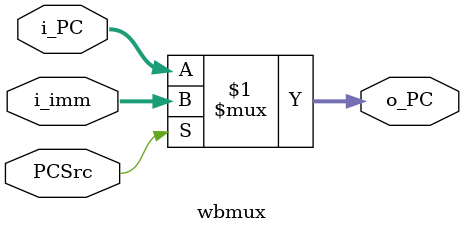
<source format=v>
module wbmux (
    input [31:0] i_PC, i_imm,
    input PCSrc,
    output [31:0] o_PC
);
    assign o_PC = PCSrc? i_imm : i_PC;
endmodule
</source>
